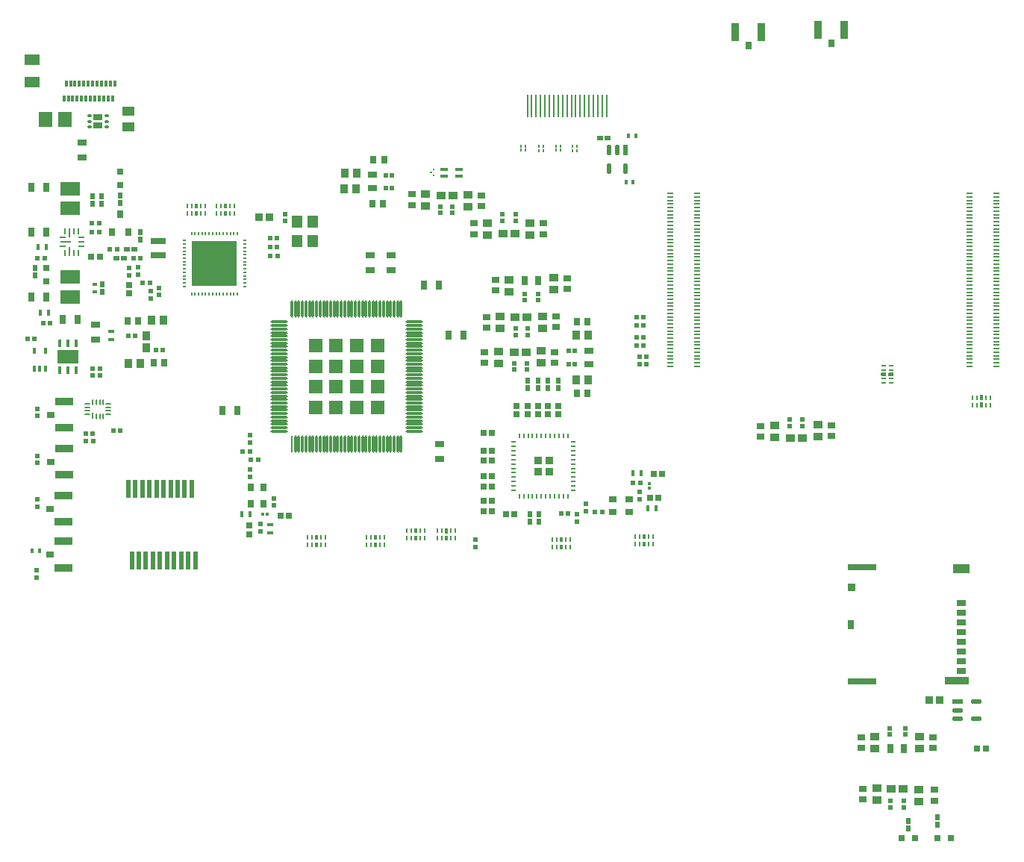
<source format=gtp>
G04*
G04 #@! TF.GenerationSoftware,Altium Limited,Altium Designer,25.1.2 (22)*
G04*
G04 Layer_Color=8421504*
%FSLAX44Y44*%
%MOMM*%
G71*
G04*
G04 #@! TF.SameCoordinates,A11DD0CD-F6FC-4396-A5D6-A0F97A1EA5FB*
G04*
G04*
G04 #@! TF.FilePolarity,Positive*
G04*
G01*
G75*
G04:AMPARAMS|DCode=15|XSize=0.565mm|YSize=0.36mm|CornerRadius=0.0504mm|HoleSize=0mm|Usage=FLASHONLY|Rotation=90.000|XOffset=0mm|YOffset=0mm|HoleType=Round|Shape=RoundedRectangle|*
%AMROUNDEDRECTD15*
21,1,0.5650,0.2592,0,0,90.0*
21,1,0.4642,0.3600,0,0,90.0*
1,1,0.1008,0.1296,0.2321*
1,1,0.1008,0.1296,-0.2321*
1,1,0.1008,-0.1296,-0.2321*
1,1,0.1008,-0.1296,0.2321*
%
%ADD15ROUNDEDRECTD15*%
%ADD16R,0.8500X0.8000*%
%ADD17R,2.0000X0.9000*%
%ADD18R,0.7000X0.1600*%
%ADD19R,0.7000X0.1600*%
%ADD20R,0.8000X0.8500*%
%ADD21R,0.9000X2.0000*%
%ADD22R,1.6049X1.6049*%
%ADD23R,1.6049X1.6049*%
%ADD24R,1.6049X1.6049*%
%ADD25R,1.6049X1.6049*%
%ADD26R,0.9300X0.9300*%
G04:AMPARAMS|DCode=27|XSize=0.565mm|YSize=0.2mm|CornerRadius=0.05mm|HoleSize=0mm|Usage=FLASHONLY|Rotation=270.000|XOffset=0mm|YOffset=0mm|HoleType=Round|Shape=RoundedRectangle|*
%AMROUNDEDRECTD27*
21,1,0.5650,0.1000,0,0,270.0*
21,1,0.4650,0.2000,0,0,270.0*
1,1,0.1000,-0.0500,-0.2325*
1,1,0.1000,-0.0500,0.2325*
1,1,0.1000,0.0500,0.2325*
1,1,0.1000,0.0500,-0.2325*
%
%ADD27ROUNDEDRECTD27*%
%ADD28R,0.5500X0.5000*%
%ADD29R,0.8000X0.8000*%
%ADD30R,0.6000X0.6500*%
%ADD31R,0.5000X0.5500*%
%ADD32R,0.5500X0.6000*%
G04:AMPARAMS|DCode=33|XSize=0.6mm|YSize=0.2mm|CornerRadius=0.05mm|HoleSize=0mm|Usage=FLASHONLY|Rotation=0.000|XOffset=0mm|YOffset=0mm|HoleType=Round|Shape=RoundedRectangle|*
%AMROUNDEDRECTD33*
21,1,0.6000,0.1000,0,0,0.0*
21,1,0.5000,0.2000,0,0,0.0*
1,1,0.1000,0.2500,-0.0500*
1,1,0.1000,-0.2500,-0.0500*
1,1,0.1000,-0.2500,0.0500*
1,1,0.1000,0.2500,0.0500*
%
%ADD33ROUNDEDRECTD33*%
G04:AMPARAMS|DCode=34|XSize=0.6mm|YSize=0.2mm|CornerRadius=0.05mm|HoleSize=0mm|Usage=FLASHONLY|Rotation=90.000|XOffset=0mm|YOffset=0mm|HoleType=Round|Shape=RoundedRectangle|*
%AMROUNDEDRECTD34*
21,1,0.6000,0.1000,0,0,90.0*
21,1,0.5000,0.2000,0,0,90.0*
1,1,0.1000,0.0500,0.2500*
1,1,0.1000,0.0500,-0.2500*
1,1,0.1000,-0.0500,-0.2500*
1,1,0.1000,-0.0500,0.2500*
%
%ADD34ROUNDEDRECTD34*%
G04:AMPARAMS|DCode=35|XSize=0.7mm|YSize=0.2mm|CornerRadius=0.05mm|HoleSize=0mm|Usage=FLASHONLY|Rotation=90.000|XOffset=0mm|YOffset=0mm|HoleType=Round|Shape=RoundedRectangle|*
%AMROUNDEDRECTD35*
21,1,0.7000,0.1000,0,0,90.0*
21,1,0.6000,0.2000,0,0,90.0*
1,1,0.1000,0.0500,0.3000*
1,1,0.1000,0.0500,-0.3000*
1,1,0.1000,-0.0500,-0.3000*
1,1,0.1000,-0.0500,0.3000*
%
%ADD35ROUNDEDRECTD35*%
G04:AMPARAMS|DCode=36|XSize=1.9552mm|YSize=0.2725mm|CornerRadius=0.1362mm|HoleSize=0mm|Usage=FLASHONLY|Rotation=90.000|XOffset=0mm|YOffset=0mm|HoleType=Round|Shape=RoundedRectangle|*
%AMROUNDEDRECTD36*
21,1,1.9552,0.0000,0,0,90.0*
21,1,1.6828,0.2725,0,0,90.0*
1,1,0.2725,0.0000,0.8414*
1,1,0.2725,0.0000,-0.8414*
1,1,0.2725,0.0000,-0.8414*
1,1,0.2725,0.0000,0.8414*
%
%ADD36ROUNDEDRECTD36*%
G04:AMPARAMS|DCode=37|XSize=0.2mm|YSize=0.565mm|CornerRadius=0.05mm|HoleSize=0mm|Usage=FLASHONLY|Rotation=180.000|XOffset=0mm|YOffset=0mm|HoleType=Round|Shape=RoundedRectangle|*
%AMROUNDEDRECTD37*
21,1,0.2000,0.4650,0,0,180.0*
21,1,0.1000,0.5650,0,0,180.0*
1,1,0.1000,-0.0500,0.2325*
1,1,0.1000,0.0500,0.2325*
1,1,0.1000,0.0500,-0.2325*
1,1,0.1000,-0.0500,-0.2325*
%
%ADD37ROUNDEDRECTD37*%
%ADD38R,1.8000X0.8000*%
%ADD39R,0.5811X0.5121*%
G04:AMPARAMS|DCode=40|XSize=0.565mm|YSize=0.2mm|CornerRadius=0.05mm|HoleSize=0mm|Usage=FLASHONLY|Rotation=0.000|XOffset=0mm|YOffset=0mm|HoleType=Round|Shape=RoundedRectangle|*
%AMROUNDEDRECTD40*
21,1,0.5650,0.1000,0,0,0.0*
21,1,0.4650,0.2000,0,0,0.0*
1,1,0.1000,0.2325,-0.0500*
1,1,0.1000,-0.2325,-0.0500*
1,1,0.1000,-0.2325,0.0500*
1,1,0.1000,0.2325,0.0500*
%
%ADD40ROUNDEDRECTD40*%
%ADD41R,0.5000X2.0000*%
%ADD42O,0.2000X0.5000*%
%ADD43R,5.2000X5.2000*%
%ADD44O,0.5000X0.2000*%
%ADD45R,0.9051X0.9062*%
%ADD46R,0.5682X0.5725*%
%ADD47R,1.2000X1.4000*%
%ADD48R,0.5200X0.5200*%
%ADD49R,0.5200X0.5200*%
%ADD50R,0.4000X0.5000*%
%ADD51R,0.6500X0.6500*%
%ADD52R,1.1061X0.9582*%
%ADD53R,1.0000X0.8000*%
%ADD54R,0.9000X0.7500*%
%ADD55R,2.3062X1.5549*%
G04:AMPARAMS|DCode=56|XSize=0.2725mm|YSize=1.9552mm|CornerRadius=0.1362mm|HoleSize=0mm|Usage=FLASHONLY|Rotation=90.000|XOffset=0mm|YOffset=0mm|HoleType=Round|Shape=RoundedRectangle|*
%AMROUNDEDRECTD56*
21,1,0.2725,1.6828,0,0,90.0*
21,1,0.0000,1.9552,0,0,90.0*
1,1,0.2725,0.8414,0.0000*
1,1,0.2725,0.8414,0.0000*
1,1,0.2725,-0.8414,0.0000*
1,1,0.2725,-0.8414,0.0000*
%
%ADD56ROUNDEDRECTD56*%
%ADD57R,0.2725X1.9552*%
%ADD58R,0.5000X0.2500*%
%ADD59R,0.2500X0.5000*%
%ADD60R,0.7500X0.9000*%
%ADD61R,0.2800X2.6000*%
%ADD62R,0.9000X0.4000*%
%ADD63R,0.9000X1.0000*%
%ADD64R,1.0000X0.9000*%
%ADD65R,0.5121X0.5811*%
%ADD66R,0.8000X1.0000*%
%ADD67R,1.0500X0.6500*%
%ADD68R,0.6500X1.0500*%
%ADD69R,0.6000X0.5500*%
G04:AMPARAMS|DCode=70|XSize=0.45mm|YSize=0.3mm|CornerRadius=0.0495mm|HoleSize=0mm|Usage=FLASHONLY|Rotation=180.000|XOffset=0mm|YOffset=0mm|HoleType=Round|Shape=RoundedRectangle|*
%AMROUNDEDRECTD70*
21,1,0.4500,0.2010,0,0,180.0*
21,1,0.3510,0.3000,0,0,180.0*
1,1,0.0990,-0.1755,0.1005*
1,1,0.0990,0.1755,0.1005*
1,1,0.0990,0.1755,-0.1005*
1,1,0.0990,-0.1755,-0.1005*
%
%ADD70ROUNDEDRECTD70*%
%ADD71R,0.9582X1.1061*%
G04:AMPARAMS|DCode=72|XSize=0.25mm|YSize=0.675mm|CornerRadius=0.05mm|HoleSize=0mm|Usage=FLASHONLY|Rotation=180.000|XOffset=0mm|YOffset=0mm|HoleType=Round|Shape=RoundedRectangle|*
%AMROUNDEDRECTD72*
21,1,0.2500,0.5750,0,0,180.0*
21,1,0.1500,0.6750,0,0,180.0*
1,1,0.1000,-0.0750,0.2875*
1,1,0.1000,0.0750,0.2875*
1,1,0.1000,0.0750,-0.2875*
1,1,0.1000,-0.0750,-0.2875*
%
%ADD72ROUNDEDRECTD72*%
G04:AMPARAMS|DCode=73|XSize=1.225mm|YSize=0.25mm|CornerRadius=0.05mm|HoleSize=0mm|Usage=FLASHONLY|Rotation=180.000|XOffset=0mm|YOffset=0mm|HoleType=Round|Shape=RoundedRectangle|*
%AMROUNDEDRECTD73*
21,1,1.2250,0.1500,0,0,180.0*
21,1,1.1250,0.2500,0,0,180.0*
1,1,0.1000,-0.5625,0.0750*
1,1,0.1000,0.5625,0.0750*
1,1,0.1000,0.5625,-0.0750*
1,1,0.1000,-0.5625,-0.0750*
%
%ADD73ROUNDEDRECTD73*%
G04:AMPARAMS|DCode=74|XSize=0.25mm|YSize=0.975mm|CornerRadius=0.05mm|HoleSize=0mm|Usage=FLASHONLY|Rotation=180.000|XOffset=0mm|YOffset=0mm|HoleType=Round|Shape=RoundedRectangle|*
%AMROUNDEDRECTD74*
21,1,0.2500,0.8750,0,0,180.0*
21,1,0.1500,0.9750,0,0,180.0*
1,1,0.1000,-0.0750,0.4375*
1,1,0.1000,0.0750,0.4375*
1,1,0.1000,0.0750,-0.4375*
1,1,0.1000,-0.0750,-0.4375*
%
%ADD74ROUNDEDRECTD74*%
G04:AMPARAMS|DCode=75|XSize=0.625mm|YSize=0.25mm|CornerRadius=0.05mm|HoleSize=0mm|Usage=FLASHONLY|Rotation=180.000|XOffset=0mm|YOffset=0mm|HoleType=Round|Shape=RoundedRectangle|*
%AMROUNDEDRECTD75*
21,1,0.6250,0.1500,0,0,180.0*
21,1,0.5250,0.2500,0,0,180.0*
1,1,0.1000,-0.2625,0.0750*
1,1,0.1000,0.2625,0.0750*
1,1,0.1000,0.2625,-0.0750*
1,1,0.1000,-0.2625,-0.0750*
%
%ADD75ROUNDEDRECTD75*%
%ADD76R,0.4500X0.6750*%
%ADD77R,1.6039X1.8062*%
%ADD78R,0.5500X0.4500*%
%ADD79R,0.8000X0.8000*%
%ADD80R,2.4000X1.6500*%
%ADD81O,0.4000X0.9000*%
%ADD82R,0.6750X0.4500*%
%ADD83R,0.8000X0.9000*%
%ADD84R,1.7062X1.2034*%
%ADD85R,1.3500X1.0000*%
G04:AMPARAMS|DCode=86|XSize=0.4mm|YSize=0.65mm|CornerRadius=0.05mm|HoleSize=0mm|Usage=FLASHONLY|Rotation=180.000|XOffset=0mm|YOffset=0mm|HoleType=Round|Shape=RoundedRectangle|*
%AMROUNDEDRECTD86*
21,1,0.4000,0.5500,0,0,180.0*
21,1,0.3000,0.6500,0,0,180.0*
1,1,0.1000,-0.1500,0.2750*
1,1,0.1000,0.1500,0.2750*
1,1,0.1000,0.1500,-0.2750*
1,1,0.1000,-0.1500,-0.2750*
%
%ADD86ROUNDEDRECTD86*%
%ADD87R,0.6500X0.6000*%
%ADD88R,0.6500X0.7000*%
%ADD89R,0.7000X0.6500*%
%ADD90R,0.2300X0.3000*%
G04:AMPARAMS|DCode=91|XSize=1.2196mm|YSize=0.5885mm|CornerRadius=0.2942mm|HoleSize=0mm|Usage=FLASHONLY|Rotation=270.000|XOffset=0mm|YOffset=0mm|HoleType=Round|Shape=RoundedRectangle|*
%AMROUNDEDRECTD91*
21,1,1.2196,0.0000,0,0,270.0*
21,1,0.6311,0.5885,0,0,270.0*
1,1,0.5885,0.0000,-0.3156*
1,1,0.5885,0.0000,0.3156*
1,1,0.5885,0.0000,0.3156*
1,1,0.5885,0.0000,-0.3156*
%
%ADD91ROUNDEDRECTD91*%
%ADD92R,0.5885X1.2196*%
%ADD93R,0.3000X0.3000*%
%ADD94R,0.6725X0.7154*%
%ADD95R,0.9000X0.8000*%
%ADD96R,0.3000X0.3000*%
%ADD97R,0.7154X0.6725*%
%ADD98R,0.9300X0.9000*%
%ADD99R,0.7800X1.0500*%
%ADD100R,1.8300X1.1400*%
%ADD101R,3.3000X0.7000*%
%ADD102R,2.8000X0.8600*%
%ADD103R,1.1000X0.7000*%
G04:AMPARAMS|DCode=104|XSize=1.2196mm|YSize=0.5885mm|CornerRadius=0.2942mm|HoleSize=0mm|Usage=FLASHONLY|Rotation=0.000|XOffset=0mm|YOffset=0mm|HoleType=Round|Shape=RoundedRectangle|*
%AMROUNDEDRECTD104*
21,1,1.2196,0.0000,0,0,0.0*
21,1,0.6311,0.5885,0,0,0.0*
1,1,0.5885,0.3156,0.0000*
1,1,0.5885,-0.3156,0.0000*
1,1,0.5885,-0.3156,0.0000*
1,1,0.5885,0.3156,0.0000*
%
%ADD104ROUNDEDRECTD104*%
%ADD105R,1.2196X0.5885*%
%ADD106R,0.3000X0.7000*%
G36*
X97493Y844854D02*
X97634Y844713D01*
X97710Y844529D01*
Y844430D01*
Y838430D01*
Y838331D01*
X97634Y838147D01*
X97493Y838006D01*
X97309Y837930D01*
X88111D01*
X87927Y838006D01*
X87786Y838147D01*
X87710Y838331D01*
Y838430D01*
Y844430D01*
Y844529D01*
X87786Y844713D01*
X87927Y844854D01*
X88111Y844930D01*
X97309D01*
X97493Y844854D01*
D02*
G37*
G36*
Y835854D02*
X97634Y835713D01*
X97710Y835529D01*
Y835430D01*
Y829430D01*
Y829331D01*
X97634Y829147D01*
X97493Y829006D01*
X97309Y828930D01*
X88111D01*
X87927Y829006D01*
X87786Y829147D01*
X87710Y829331D01*
Y829430D01*
Y835430D01*
Y835529D01*
X87786Y835713D01*
X87927Y835854D01*
X88111Y835930D01*
X97309D01*
X97493Y835854D01*
D02*
G37*
G36*
X474528Y783378D02*
X474669Y783238D01*
X474745Y783054D01*
Y782954D01*
Y781854D01*
Y781755D01*
X474669Y781571D01*
X474528Y781431D01*
X474345Y781355D01*
X473046D01*
X472862Y781431D01*
X472721Y781571D01*
X472645Y781755D01*
Y781854D01*
Y782954D01*
Y783054D01*
X472721Y783238D01*
X472862Y783378D01*
X473046Y783455D01*
X474345D01*
X474528Y783378D01*
D02*
G37*
G36*
X471528Y779978D02*
X471669Y779838D01*
X471745Y779654D01*
Y779555D01*
Y778455D01*
Y778355D01*
X471669Y778171D01*
X471528Y778031D01*
X471345Y777954D01*
X470046D01*
X469862Y778031D01*
X469721Y778171D01*
X469645Y778355D01*
Y778455D01*
Y779555D01*
Y779654D01*
X469721Y779838D01*
X469862Y779978D01*
X470046Y780054D01*
X471345D01*
X471528Y779978D01*
D02*
G37*
G36*
X474528Y776578D02*
X474669Y776438D01*
X474745Y776254D01*
Y776154D01*
Y775054D01*
Y774955D01*
X474669Y774771D01*
X474528Y774631D01*
X474345Y774555D01*
X473046D01*
X472862Y774631D01*
X472721Y774771D01*
X472645Y774955D01*
Y775054D01*
Y776154D01*
Y776254D01*
X472721Y776438D01*
X472862Y776578D01*
X473046Y776655D01*
X474345D01*
X474528Y776578D01*
D02*
G37*
G36*
X994843Y551634D02*
X994984Y551493D01*
X995060Y551309D01*
Y551210D01*
Y548610D01*
Y548511D01*
X994984Y548327D01*
X994843Y548186D01*
X994660Y548110D01*
X989810D01*
X989627Y548186D01*
X989486Y548327D01*
X989410Y548511D01*
Y548610D01*
Y551210D01*
Y551309D01*
X989486Y551493D01*
X989627Y551634D01*
X989810Y551710D01*
X994660D01*
X994843Y551634D01*
D02*
G37*
G36*
X986493D02*
X986634Y551493D01*
X986710Y551309D01*
Y551210D01*
Y548610D01*
Y548511D01*
X986634Y548327D01*
X986493Y548186D01*
X986309Y548110D01*
X981460D01*
X981277Y548186D01*
X981136Y548327D01*
X981060Y548511D01*
Y548610D01*
Y551210D01*
Y551309D01*
X981136Y551493D01*
X981277Y551634D01*
X981460Y551710D01*
X986309D01*
X986493Y551634D01*
D02*
G37*
G36*
X1096323Y526354D02*
X1096464Y526213D01*
X1096540Y526030D01*
Y525930D01*
Y521280D01*
Y521180D01*
X1096464Y520997D01*
X1096323Y520856D01*
X1096139Y520780D01*
X1093341D01*
X1093157Y520856D01*
X1093016Y520997D01*
X1092940Y521180D01*
Y521280D01*
Y525930D01*
Y526030D01*
X1093016Y526213D01*
X1093157Y526354D01*
X1093341Y526430D01*
X1096139D01*
X1096323Y526354D01*
D02*
G37*
G36*
Y518004D02*
X1096464Y517863D01*
X1096540Y517679D01*
Y517580D01*
Y512930D01*
Y512831D01*
X1096464Y512647D01*
X1096323Y512506D01*
X1096139Y512430D01*
X1093341D01*
X1093157Y512506D01*
X1093016Y512647D01*
X1092940Y512831D01*
Y512930D01*
Y517580D01*
Y517679D01*
X1093016Y517863D01*
X1093157Y518004D01*
X1093341Y518080D01*
X1096139D01*
X1096323Y518004D01*
D02*
G37*
G36*
X454973Y375224D02*
X455114Y375083D01*
X455190Y374899D01*
Y374800D01*
Y370150D01*
Y370051D01*
X455114Y369867D01*
X454973Y369726D01*
X454789Y369650D01*
X451991D01*
X451807Y369726D01*
X451666Y369867D01*
X451590Y370051D01*
Y370150D01*
Y374800D01*
Y374899D01*
X451666Y375083D01*
X451807Y375224D01*
X451991Y375300D01*
X454789D01*
X454973Y375224D01*
D02*
G37*
G36*
X489732Y375113D02*
X489872Y374972D01*
X489949Y374788D01*
Y374689D01*
Y370039D01*
Y369939D01*
X489872Y369756D01*
X489732Y369615D01*
X489548Y369539D01*
X486749D01*
X486565Y369615D01*
X486425Y369756D01*
X486348Y369939D01*
Y370039D01*
Y374689D01*
Y374788D01*
X486425Y374972D01*
X486565Y375113D01*
X486749Y375189D01*
X489548D01*
X489732Y375113D01*
D02*
G37*
G36*
X713973Y368509D02*
X714114Y368368D01*
X714190Y368185D01*
Y368085D01*
Y363435D01*
Y363335D01*
X714114Y363152D01*
X713973Y363011D01*
X713789Y362935D01*
X710991D01*
X710807Y363011D01*
X710666Y363152D01*
X710590Y363335D01*
Y363435D01*
Y368085D01*
Y368185D01*
X710666Y368368D01*
X710807Y368509D01*
X710991Y368585D01*
X713789D01*
X713973Y368509D01*
D02*
G37*
G36*
X409253Y367604D02*
X409394Y367463D01*
X409470Y367280D01*
Y367180D01*
Y362530D01*
Y362430D01*
X409394Y362247D01*
X409253Y362106D01*
X409069Y362030D01*
X406270D01*
X406087Y362106D01*
X405946Y362247D01*
X405870Y362430D01*
Y362530D01*
Y367180D01*
Y367280D01*
X405946Y367463D01*
X406087Y367604D01*
X406270Y367680D01*
X409069D01*
X409253Y367604D01*
D02*
G37*
G36*
X341943D02*
X342084Y367463D01*
X342160Y367280D01*
Y367180D01*
Y362530D01*
Y362430D01*
X342084Y362247D01*
X341943Y362106D01*
X341759Y362030D01*
X338960D01*
X338777Y362106D01*
X338636Y362247D01*
X338560Y362430D01*
Y362530D01*
Y367180D01*
Y367280D01*
X338636Y367463D01*
X338777Y367604D01*
X338960Y367680D01*
X341759D01*
X341943Y367604D01*
D02*
G37*
G36*
X454973Y366874D02*
X455114Y366733D01*
X455190Y366549D01*
Y366450D01*
Y361800D01*
Y361701D01*
X455114Y361517D01*
X454973Y361376D01*
X454789Y361300D01*
X451991D01*
X451807Y361376D01*
X451666Y361517D01*
X451590Y361701D01*
Y361800D01*
Y366450D01*
Y366549D01*
X451666Y366733D01*
X451807Y366874D01*
X451991Y366950D01*
X454789D01*
X454973Y366874D01*
D02*
G37*
G36*
X489732Y366763D02*
X489872Y366622D01*
X489949Y366438D01*
Y366339D01*
Y361689D01*
Y361589D01*
X489872Y361406D01*
X489732Y361265D01*
X489548Y361189D01*
X486749D01*
X486565Y361265D01*
X486425Y361406D01*
X486348Y361589D01*
Y361689D01*
Y366339D01*
Y366438D01*
X486425Y366622D01*
X486565Y366763D01*
X486749Y366839D01*
X489548D01*
X489732Y366763D01*
D02*
G37*
G36*
X620073Y365064D02*
X620214Y364923D01*
X620290Y364739D01*
Y364640D01*
Y359990D01*
Y359891D01*
X620214Y359707D01*
X620073Y359566D01*
X619889Y359490D01*
X617090D01*
X616907Y359566D01*
X616766Y359707D01*
X616690Y359891D01*
Y359990D01*
Y364640D01*
Y364739D01*
X616766Y364923D01*
X616907Y365064D01*
X617090Y365140D01*
X619889D01*
X620073Y365064D01*
D02*
G37*
G36*
X713973Y360159D02*
X714114Y360018D01*
X714190Y359834D01*
Y359735D01*
Y355085D01*
Y354986D01*
X714114Y354802D01*
X713973Y354661D01*
X713789Y354585D01*
X710991D01*
X710807Y354661D01*
X710666Y354802D01*
X710590Y354986D01*
Y355085D01*
Y359735D01*
Y359834D01*
X710666Y360018D01*
X710807Y360159D01*
X710991Y360235D01*
X713789D01*
X713973Y360159D01*
D02*
G37*
G36*
X409253Y359254D02*
X409394Y359113D01*
X409470Y358929D01*
Y358830D01*
Y354180D01*
Y354081D01*
X409394Y353897D01*
X409253Y353756D01*
X409069Y353680D01*
X406270D01*
X406087Y353756D01*
X405946Y353897D01*
X405870Y354081D01*
Y354180D01*
Y358830D01*
Y358929D01*
X405946Y359113D01*
X406087Y359254D01*
X406270Y359330D01*
X409069D01*
X409253Y359254D01*
D02*
G37*
G36*
X341943D02*
X342084Y359113D01*
X342160Y358929D01*
Y358830D01*
Y354180D01*
Y354081D01*
X342084Y353897D01*
X341943Y353756D01*
X341759Y353680D01*
X338960D01*
X338777Y353756D01*
X338636Y353897D01*
X338560Y354081D01*
Y354180D01*
Y358830D01*
Y358929D01*
X338636Y359113D01*
X338777Y359254D01*
X338960Y359330D01*
X341759D01*
X341943Y359254D01*
D02*
G37*
G36*
X620073Y356714D02*
X620214Y356573D01*
X620290Y356389D01*
Y356290D01*
Y351640D01*
Y351540D01*
X620214Y351357D01*
X620073Y351216D01*
X619889Y351140D01*
X617090D01*
X616907Y351216D01*
X616766Y351357D01*
X616690Y351540D01*
Y351640D01*
Y356290D01*
Y356389D01*
X616766Y356573D01*
X616907Y356714D01*
X617090Y356790D01*
X619889D01*
X620073Y356714D01*
D02*
G37*
D15*
X204470Y740775D02*
D03*
Y732425D02*
D03*
X237490Y740775D02*
D03*
Y732425D02*
D03*
D16*
X39360Y504190D02*
D03*
Y450850D02*
D03*
X38075Y397510D02*
D03*
X38090Y345440D02*
D03*
D17*
X54610Y519190D02*
D03*
Y489190D02*
D03*
Y465850D02*
D03*
Y435850D02*
D03*
X53340Y382510D02*
D03*
X53340Y412510D02*
D03*
X53340Y360440D02*
D03*
Y330440D02*
D03*
D18*
X1111992Y559034D02*
D03*
X1111986Y563040D02*
D03*
Y567040D02*
D03*
Y571040D02*
D03*
X1111992Y579034D02*
D03*
Y583034D02*
D03*
X1111986Y591040D02*
D03*
Y595040D02*
D03*
Y599040D02*
D03*
X1111992Y603034D02*
D03*
Y607034D02*
D03*
Y611034D02*
D03*
X1111986Y615040D02*
D03*
Y619040D02*
D03*
Y623040D02*
D03*
X1111992Y627034D02*
D03*
Y631034D02*
D03*
Y635034D02*
D03*
X1111986Y639040D02*
D03*
Y643040D02*
D03*
Y647040D02*
D03*
X1111992Y655034D02*
D03*
Y659034D02*
D03*
X1111986Y667040D02*
D03*
Y671040D02*
D03*
Y675040D02*
D03*
X1111992Y679034D02*
D03*
Y683034D02*
D03*
Y687034D02*
D03*
X1111986Y691040D02*
D03*
Y695040D02*
D03*
Y699040D02*
D03*
X1111992Y703034D02*
D03*
Y707034D02*
D03*
Y711034D02*
D03*
X1111986Y715040D02*
D03*
Y719040D02*
D03*
Y723040D02*
D03*
X1111992Y731034D02*
D03*
Y735034D02*
D03*
X1111986Y743040D02*
D03*
Y747040D02*
D03*
Y751040D02*
D03*
X1111992Y755034D02*
D03*
X1081192Y559034D02*
D03*
X1081186Y563040D02*
D03*
Y567040D02*
D03*
Y571040D02*
D03*
X1081192Y579034D02*
D03*
Y583034D02*
D03*
X1081186Y591040D02*
D03*
Y595040D02*
D03*
Y599040D02*
D03*
X1081192Y603034D02*
D03*
Y607034D02*
D03*
Y611034D02*
D03*
X1081186Y615040D02*
D03*
Y619040D02*
D03*
Y623040D02*
D03*
X1081192Y627034D02*
D03*
Y631034D02*
D03*
Y635034D02*
D03*
X1081186Y639040D02*
D03*
Y643040D02*
D03*
Y647040D02*
D03*
X1081192Y655034D02*
D03*
Y659034D02*
D03*
X1081186Y667040D02*
D03*
Y671040D02*
D03*
Y675040D02*
D03*
X1081192Y679034D02*
D03*
Y683034D02*
D03*
Y687034D02*
D03*
X1081186Y691040D02*
D03*
Y695040D02*
D03*
Y699040D02*
D03*
X1081192Y703034D02*
D03*
Y707034D02*
D03*
Y711034D02*
D03*
X1081186Y715040D02*
D03*
Y719040D02*
D03*
Y723040D02*
D03*
X1081192Y731034D02*
D03*
Y735034D02*
D03*
X1081186Y743040D02*
D03*
Y747040D02*
D03*
Y751040D02*
D03*
X1081192Y755034D02*
D03*
X772789Y559034D02*
D03*
X772786Y563037D02*
D03*
Y567037D02*
D03*
Y571037D02*
D03*
X772789Y579034D02*
D03*
Y583034D02*
D03*
X772786Y591037D02*
D03*
Y595037D02*
D03*
Y599037D02*
D03*
X772789Y603034D02*
D03*
Y607034D02*
D03*
Y611034D02*
D03*
X772786Y615037D02*
D03*
Y619037D02*
D03*
Y623037D02*
D03*
X772789Y627034D02*
D03*
Y631034D02*
D03*
Y635034D02*
D03*
X772786Y639037D02*
D03*
Y643037D02*
D03*
Y647037D02*
D03*
X772789Y655034D02*
D03*
Y659034D02*
D03*
X772786Y667037D02*
D03*
Y671037D02*
D03*
Y675037D02*
D03*
X772789Y679034D02*
D03*
Y683034D02*
D03*
Y687034D02*
D03*
X772786Y691037D02*
D03*
Y695037D02*
D03*
Y699037D02*
D03*
X772789Y703034D02*
D03*
Y707034D02*
D03*
Y711034D02*
D03*
X772786Y715037D02*
D03*
Y719037D02*
D03*
Y723037D02*
D03*
X772789Y731034D02*
D03*
Y735034D02*
D03*
X772786Y743037D02*
D03*
Y747037D02*
D03*
Y751037D02*
D03*
X772789Y755034D02*
D03*
X741989Y559034D02*
D03*
X741986Y563037D02*
D03*
Y567037D02*
D03*
Y571037D02*
D03*
X741989Y579034D02*
D03*
Y583034D02*
D03*
X741986Y591037D02*
D03*
Y595037D02*
D03*
Y599037D02*
D03*
X741989Y603034D02*
D03*
Y607034D02*
D03*
Y611034D02*
D03*
X741986Y615037D02*
D03*
Y619037D02*
D03*
Y623037D02*
D03*
X741989Y627034D02*
D03*
Y631034D02*
D03*
Y635034D02*
D03*
X741986Y639037D02*
D03*
Y643037D02*
D03*
Y647037D02*
D03*
X741989Y655034D02*
D03*
Y659034D02*
D03*
X741986Y667037D02*
D03*
Y671037D02*
D03*
Y675037D02*
D03*
X741989Y679034D02*
D03*
Y683034D02*
D03*
Y687034D02*
D03*
X741986Y691037D02*
D03*
Y695037D02*
D03*
Y699037D02*
D03*
X741989Y703034D02*
D03*
Y707034D02*
D03*
Y711034D02*
D03*
X741986Y715037D02*
D03*
Y719037D02*
D03*
Y723037D02*
D03*
X741989Y731034D02*
D03*
Y735034D02*
D03*
X741986Y743037D02*
D03*
Y747037D02*
D03*
Y751037D02*
D03*
X741989Y755034D02*
D03*
D19*
X1111986Y575034D02*
D03*
X1111986Y587034D02*
D03*
X1111986Y651034D02*
D03*
X1111986Y663034D02*
D03*
X1111986Y727034D02*
D03*
X1111986Y739034D02*
D03*
X1081186Y575034D02*
D03*
X1081186Y587034D02*
D03*
X1081186Y651034D02*
D03*
X1081186Y663034D02*
D03*
X1081186Y727034D02*
D03*
X1081186Y739034D02*
D03*
X772786Y575034D02*
D03*
X772786Y587034D02*
D03*
X772786Y651034D02*
D03*
X772786Y663034D02*
D03*
X772786Y727034D02*
D03*
X772786Y739034D02*
D03*
X741986Y575034D02*
D03*
X741986Y587034D02*
D03*
X741986Y651034D02*
D03*
X741986Y663034D02*
D03*
X741986Y727034D02*
D03*
X741986Y739034D02*
D03*
D20*
X830580Y923280D02*
D03*
X924560Y925830D02*
D03*
D21*
X815580Y938530D02*
D03*
X845580D02*
D03*
X909560Y941080D02*
D03*
X939560D02*
D03*
D22*
X409914Y582623D02*
D03*
X409915Y559125D02*
D03*
X409914Y535615D02*
D03*
X409914Y512094D02*
D03*
X386405Y582635D02*
D03*
Y512105D02*
D03*
X362895Y582634D02*
D03*
X362895Y535615D02*
D03*
X362895Y512105D02*
D03*
X339385Y582623D02*
D03*
X339385Y559125D02*
D03*
X339385Y535615D02*
D03*
X339385Y512094D02*
D03*
D23*
X386405Y559125D02*
D03*
D24*
Y535615D02*
D03*
D25*
X362895Y559125D02*
D03*
D26*
X604420Y439520D02*
D03*
X591920D02*
D03*
Y452020D02*
D03*
X604420D02*
D03*
D27*
X722390Y357410D02*
D03*
X717390D02*
D03*
X707390D02*
D03*
X702390D02*
D03*
Y365760D02*
D03*
X707390D02*
D03*
X717390D02*
D03*
X722390D02*
D03*
X483148Y372364D02*
D03*
Y364014D02*
D03*
X478148Y372364D02*
D03*
Y364014D02*
D03*
X1084740Y523605D02*
D03*
X1089740D02*
D03*
X1099740D02*
D03*
X1104740D02*
D03*
Y515255D02*
D03*
X1099740D02*
D03*
X1089740D02*
D03*
X1084740D02*
D03*
X330360Y356505D02*
D03*
X335360D02*
D03*
X345360D02*
D03*
X350360D02*
D03*
Y364855D02*
D03*
X345360D02*
D03*
X335360D02*
D03*
X330360D02*
D03*
X608490Y353965D02*
D03*
X613490D02*
D03*
X623490D02*
D03*
X628490D02*
D03*
Y362315D02*
D03*
X623490D02*
D03*
X613490D02*
D03*
X608490D02*
D03*
X443390Y364125D02*
D03*
X448390D02*
D03*
X458390D02*
D03*
X463390D02*
D03*
Y372475D02*
D03*
X458390D02*
D03*
X448390D02*
D03*
X443390D02*
D03*
X493148Y364014D02*
D03*
X498148D02*
D03*
Y372364D02*
D03*
X493148D02*
D03*
X397670Y356505D02*
D03*
X402670D02*
D03*
X412670D02*
D03*
X417670D02*
D03*
Y364855D02*
D03*
X412670D02*
D03*
X402670D02*
D03*
X397670D02*
D03*
D28*
X110550Y485999D02*
D03*
X118050D02*
D03*
X711140Y605790D02*
D03*
X703640D02*
D03*
X711140Y614680D02*
D03*
X703640D02*
D03*
X714955Y561648D02*
D03*
X707455D02*
D03*
X714950Y570230D02*
D03*
X707450D02*
D03*
X86457Y482770D02*
D03*
X78957D02*
D03*
X295850Y704850D02*
D03*
X288350D02*
D03*
X295850Y694690D02*
D03*
X288350D02*
D03*
D29*
X1045020Y23969D02*
D03*
X1060020D02*
D03*
X1004380D02*
D03*
X1019380D02*
D03*
D30*
X1012190Y43620D02*
D03*
Y35120D02*
D03*
X86360Y743780D02*
D03*
Y752280D02*
D03*
X96520D02*
D03*
Y743780D02*
D03*
X97790Y643450D02*
D03*
Y651950D02*
D03*
X118110Y744610D02*
D03*
Y753110D02*
D03*
X140970Y711640D02*
D03*
Y703140D02*
D03*
X21590Y662500D02*
D03*
Y671000D02*
D03*
X582930Y391600D02*
D03*
Y383100D02*
D03*
X593090Y391600D02*
D03*
Y383100D02*
D03*
X1045105Y47262D02*
D03*
Y38762D02*
D03*
X580390Y542730D02*
D03*
Y534230D02*
D03*
X591820Y542730D02*
D03*
Y534230D02*
D03*
X603250Y542730D02*
D03*
Y534230D02*
D03*
X614680Y542730D02*
D03*
Y534230D02*
D03*
D31*
X161844Y639882D02*
D03*
Y647382D02*
D03*
X24130Y449640D02*
D03*
Y457140D02*
D03*
X95250Y556200D02*
D03*
Y548700D02*
D03*
X86360Y556200D02*
D03*
Y548700D02*
D03*
X24130Y502980D02*
D03*
Y510480D02*
D03*
D32*
X22860Y319600D02*
D03*
Y328100D02*
D03*
X645969Y394246D02*
D03*
Y402746D02*
D03*
X636270Y383100D02*
D03*
Y391600D02*
D03*
X138229Y671833D02*
D03*
Y663333D02*
D03*
X128270Y662500D02*
D03*
Y671000D02*
D03*
X520740Y362684D02*
D03*
Y354184D02*
D03*
X152400Y635830D02*
D03*
Y644330D02*
D03*
X24130Y408110D02*
D03*
Y399610D02*
D03*
X265430Y433900D02*
D03*
Y442400D02*
D03*
D33*
X80710Y504540D02*
D03*
Y508540D02*
D03*
Y512540D02*
D03*
Y516540D02*
D03*
X104710D02*
D03*
Y512540D02*
D03*
Y508540D02*
D03*
Y504540D02*
D03*
D34*
X86710Y518540D02*
D03*
X90710D02*
D03*
X94710D02*
D03*
X98710D02*
D03*
Y502540D02*
D03*
X94710D02*
D03*
X90710D02*
D03*
D35*
X86710Y503040D02*
D03*
D36*
X380650Y470615D02*
D03*
X376650D02*
D03*
X312650Y624125D02*
D03*
X316650D02*
D03*
X320650D02*
D03*
X324650D02*
D03*
X328650D02*
D03*
X332650D02*
D03*
X336650D02*
D03*
X340650D02*
D03*
X344650D02*
D03*
X348650D02*
D03*
X352650D02*
D03*
X356650D02*
D03*
X360650D02*
D03*
X364650D02*
D03*
X368650D02*
D03*
X372650D02*
D03*
X376650D02*
D03*
X380650D02*
D03*
X384650D02*
D03*
X388650D02*
D03*
X392650D02*
D03*
X396650D02*
D03*
X400650D02*
D03*
X404650D02*
D03*
X408650D02*
D03*
X412650D02*
D03*
X416650D02*
D03*
X420650D02*
D03*
X424650D02*
D03*
X428650D02*
D03*
X432650D02*
D03*
X436650D02*
D03*
Y470615D02*
D03*
X432650D02*
D03*
X428650D02*
D03*
X424650D02*
D03*
X420650D02*
D03*
X416650D02*
D03*
X412650D02*
D03*
X408650D02*
D03*
X404650D02*
D03*
X400650D02*
D03*
X396650D02*
D03*
X392650D02*
D03*
X388650D02*
D03*
X384650D02*
D03*
X372650D02*
D03*
X368650D02*
D03*
X364650D02*
D03*
X360650D02*
D03*
X356650D02*
D03*
X352650D02*
D03*
X348650D02*
D03*
X344650D02*
D03*
X340650D02*
D03*
X336650D02*
D03*
X332650D02*
D03*
X328650D02*
D03*
X324650D02*
D03*
X320650D02*
D03*
X316650D02*
D03*
D37*
X194470Y740775D02*
D03*
X199470D02*
D03*
X209470D02*
D03*
X214470D02*
D03*
Y732425D02*
D03*
X209470D02*
D03*
X199470D02*
D03*
X194470D02*
D03*
X227490Y740775D02*
D03*
X232490D02*
D03*
X242490D02*
D03*
X247490D02*
D03*
Y732425D02*
D03*
X242490D02*
D03*
X232490D02*
D03*
X227490D02*
D03*
D38*
X161290Y701420D02*
D03*
Y685420D02*
D03*
D39*
X703735Y582930D02*
D03*
X711045D02*
D03*
X703735Y591820D02*
D03*
X711045D02*
D03*
X419175Y775316D02*
D03*
X426485D02*
D03*
X419175Y761347D02*
D03*
X426485D02*
D03*
X127615Y593889D02*
D03*
X134925D02*
D03*
X166190Y577883D02*
D03*
X158879D02*
D03*
X626595Y561340D02*
D03*
X633905D02*
D03*
X626595Y576580D02*
D03*
X633905D02*
D03*
D40*
X983885Y559910D02*
D03*
Y554910D02*
D03*
Y544910D02*
D03*
Y539910D02*
D03*
X992235D02*
D03*
Y544910D02*
D03*
Y554910D02*
D03*
Y559910D02*
D03*
D41*
X127062Y420342D02*
D03*
X135062D02*
D03*
X143062D02*
D03*
X151062D02*
D03*
X159062D02*
D03*
X167062D02*
D03*
X175062D02*
D03*
X183062D02*
D03*
X191062D02*
D03*
X199062D02*
D03*
X131062Y338342D02*
D03*
X139062D02*
D03*
X147062D02*
D03*
X155062D02*
D03*
X163062D02*
D03*
X171062D02*
D03*
X179062D02*
D03*
X187062D02*
D03*
X195062D02*
D03*
X203062D02*
D03*
D42*
X250790Y641390D02*
D03*
X246790D02*
D03*
X198790D02*
D03*
X202790D02*
D03*
X206790D02*
D03*
X210790D02*
D03*
X214790D02*
D03*
X218790D02*
D03*
X222790D02*
D03*
X226790D02*
D03*
X230790D02*
D03*
X234790D02*
D03*
X238790D02*
D03*
X242790D02*
D03*
X250790Y709890D02*
D03*
X246790D02*
D03*
X242790D02*
D03*
X238790D02*
D03*
X234790D02*
D03*
X230790D02*
D03*
X226790D02*
D03*
X222790D02*
D03*
X218790D02*
D03*
X214790D02*
D03*
X210790D02*
D03*
X206790D02*
D03*
X202790D02*
D03*
X198790D02*
D03*
D43*
X224790Y675640D02*
D03*
D44*
X259040Y649640D02*
D03*
Y653640D02*
D03*
Y657640D02*
D03*
Y661640D02*
D03*
Y665640D02*
D03*
Y669640D02*
D03*
Y673640D02*
D03*
Y677640D02*
D03*
Y681640D02*
D03*
Y685640D02*
D03*
Y689640D02*
D03*
Y693640D02*
D03*
Y697640D02*
D03*
Y701640D02*
D03*
X190540D02*
D03*
Y697640D02*
D03*
Y693640D02*
D03*
Y689640D02*
D03*
Y685640D02*
D03*
Y681640D02*
D03*
Y677640D02*
D03*
Y673640D02*
D03*
Y669640D02*
D03*
Y665640D02*
D03*
Y661640D02*
D03*
Y657640D02*
D03*
Y653640D02*
D03*
Y649640D02*
D03*
D45*
X287596Y728551D02*
D03*
X275584D02*
D03*
X1035394Y180340D02*
D03*
X1047406D02*
D03*
D46*
X78691Y474474D02*
D03*
X87734D02*
D03*
D47*
X335941Y722816D02*
D03*
Y700816D02*
D03*
X318941D02*
D03*
Y722816D02*
D03*
D48*
X296244Y683756D02*
D03*
X288244D02*
D03*
X618300Y392430D02*
D03*
X626300D02*
D03*
X30290Y608330D02*
D03*
X38290D02*
D03*
X12510Y590550D02*
D03*
X20510D02*
D03*
X141160Y681990D02*
D03*
X133160D02*
D03*
X699840Y426920D02*
D03*
X707840D02*
D03*
D49*
X304800Y723710D02*
D03*
Y731710D02*
D03*
X707341Y408403D02*
D03*
Y416403D02*
D03*
X265409Y480832D02*
D03*
Y472832D02*
D03*
X276860Y371920D02*
D03*
Y379920D02*
D03*
X292100Y409320D02*
D03*
Y401320D02*
D03*
D50*
X26206Y350047D02*
D03*
X18206D02*
D03*
X699960Y768350D02*
D03*
X691960D02*
D03*
X702690Y820420D02*
D03*
X694690D02*
D03*
D51*
X1089740Y125730D02*
D03*
X1099740D02*
D03*
X85170Y683260D02*
D03*
X95170D02*
D03*
D52*
X566030Y614835D02*
D03*
X579552D02*
D03*
X564739Y575310D02*
D03*
X578261D02*
D03*
X552039Y709930D02*
D03*
X565561D02*
D03*
X481778Y753110D02*
D03*
X495300D02*
D03*
X878429Y477365D02*
D03*
X891951D02*
D03*
X992729Y80010D02*
D03*
X1006251D02*
D03*
D53*
X403780Y776467D02*
D03*
Y761467D02*
D03*
X649300Y576460D02*
D03*
Y561460D02*
D03*
D54*
X527909Y752760D02*
D03*
Y740760D02*
D03*
X624960Y658780D02*
D03*
Y646780D02*
D03*
X543680Y657160D02*
D03*
Y645160D02*
D03*
X530860Y562960D02*
D03*
Y574960D02*
D03*
X610870Y562960D02*
D03*
Y574960D02*
D03*
X519430Y721010D02*
D03*
Y709010D02*
D03*
X598170Y721010D02*
D03*
Y709010D02*
D03*
X449169Y742030D02*
D03*
Y754030D02*
D03*
X844550Y490985D02*
D03*
Y478985D02*
D03*
X924560Y492255D02*
D03*
Y480255D02*
D03*
X958730Y138080D02*
D03*
Y126080D02*
D03*
X1040010Y138080D02*
D03*
Y126080D02*
D03*
X960120Y67660D02*
D03*
Y79660D02*
D03*
X1041400Y66390D02*
D03*
Y78390D02*
D03*
X612161Y603755D02*
D03*
Y615755D02*
D03*
X533421Y602485D02*
D03*
Y614485D02*
D03*
D55*
X60960Y738044D02*
D03*
Y760556D02*
D03*
Y637714D02*
D03*
Y660227D02*
D03*
D56*
X297895Y485370D02*
D03*
Y489370D02*
D03*
Y493370D02*
D03*
Y497370D02*
D03*
Y501370D02*
D03*
Y505370D02*
D03*
Y509370D02*
D03*
Y513370D02*
D03*
Y517370D02*
D03*
Y521370D02*
D03*
Y525370D02*
D03*
Y529370D02*
D03*
Y533370D02*
D03*
Y537370D02*
D03*
Y541370D02*
D03*
Y545370D02*
D03*
Y549370D02*
D03*
Y553370D02*
D03*
Y557370D02*
D03*
Y561370D02*
D03*
Y565370D02*
D03*
Y569370D02*
D03*
Y573370D02*
D03*
Y577370D02*
D03*
Y581370D02*
D03*
Y585370D02*
D03*
Y589370D02*
D03*
Y593370D02*
D03*
Y597370D02*
D03*
Y601370D02*
D03*
Y605370D02*
D03*
Y609370D02*
D03*
X451405D02*
D03*
Y605370D02*
D03*
Y601370D02*
D03*
Y597370D02*
D03*
Y593370D02*
D03*
Y589370D02*
D03*
Y585370D02*
D03*
Y581370D02*
D03*
Y577370D02*
D03*
Y573370D02*
D03*
Y569370D02*
D03*
Y565370D02*
D03*
Y561370D02*
D03*
Y557370D02*
D03*
Y553370D02*
D03*
Y549370D02*
D03*
Y545370D02*
D03*
Y541370D02*
D03*
Y537370D02*
D03*
Y533370D02*
D03*
Y529370D02*
D03*
Y525370D02*
D03*
Y521370D02*
D03*
Y517370D02*
D03*
Y513370D02*
D03*
Y509370D02*
D03*
Y505370D02*
D03*
Y501370D02*
D03*
Y497370D02*
D03*
Y493370D02*
D03*
Y489370D02*
D03*
Y485370D02*
D03*
D57*
X312650Y470615D02*
D03*
D58*
X632170Y418270D02*
D03*
Y423270D02*
D03*
Y428270D02*
D03*
Y433270D02*
D03*
Y438270D02*
D03*
Y443270D02*
D03*
Y448270D02*
D03*
Y453270D02*
D03*
Y458270D02*
D03*
Y463270D02*
D03*
Y468270D02*
D03*
Y473270D02*
D03*
X564170D02*
D03*
Y468270D02*
D03*
Y458270D02*
D03*
Y463270D02*
D03*
Y453270D02*
D03*
Y448270D02*
D03*
Y443270D02*
D03*
Y438270D02*
D03*
Y428270D02*
D03*
Y433270D02*
D03*
Y423270D02*
D03*
Y418270D02*
D03*
D59*
X625670Y479770D02*
D03*
X620670D02*
D03*
X615670D02*
D03*
X610670D02*
D03*
X605670D02*
D03*
X600670D02*
D03*
X595670D02*
D03*
X590670D02*
D03*
X585670D02*
D03*
X580670D02*
D03*
X575670D02*
D03*
X570670D02*
D03*
Y411770D02*
D03*
X575670D02*
D03*
X580670D02*
D03*
X585670D02*
D03*
X590670D02*
D03*
X595670D02*
D03*
X600670D02*
D03*
X605670D02*
D03*
X610670D02*
D03*
X615670D02*
D03*
X620670D02*
D03*
X625670D02*
D03*
D60*
X647680Y609600D02*
D03*
X635680D02*
D03*
X405320Y792977D02*
D03*
X417320D02*
D03*
X404050Y743447D02*
D03*
X416050D02*
D03*
X126540Y610399D02*
D03*
X138540D02*
D03*
X167750Y563409D02*
D03*
X155750D02*
D03*
X635680Y528320D02*
D03*
X647680D02*
D03*
D61*
X579760Y854710D02*
D03*
X584760D02*
D03*
X589760D02*
D03*
X594760D02*
D03*
X599760D02*
D03*
X604760D02*
D03*
X609760D02*
D03*
X614760D02*
D03*
X619760D02*
D03*
X624760D02*
D03*
X629760D02*
D03*
X634760D02*
D03*
X639760D02*
D03*
X644760D02*
D03*
X649760D02*
D03*
X654760D02*
D03*
X659760D02*
D03*
X664760D02*
D03*
X669760D02*
D03*
D62*
X485140Y774700D02*
D03*
X502140D02*
D03*
Y782700D02*
D03*
X485140D02*
D03*
D63*
X372820Y777737D02*
D03*
X386320D02*
D03*
X371550Y759957D02*
D03*
X385050D02*
D03*
X153114Y611494D02*
D03*
X166614D02*
D03*
X140560Y562139D02*
D03*
X127060D02*
D03*
X648430Y543560D02*
D03*
X634930D02*
D03*
X648430Y594360D02*
D03*
X634930D02*
D03*
D64*
X609720Y646030D02*
D03*
Y659530D02*
D03*
X558920Y643890D02*
D03*
Y657390D02*
D03*
X547370Y575710D02*
D03*
Y562210D02*
D03*
X595630Y576580D02*
D03*
Y563080D02*
D03*
X534670Y708260D02*
D03*
Y721760D02*
D03*
X582930Y708260D02*
D03*
Y721760D02*
D03*
X464409Y754780D02*
D03*
Y741280D02*
D03*
X512669Y753510D02*
D03*
Y740010D02*
D03*
X860438Y478785D02*
D03*
Y492285D02*
D03*
X909320Y479505D02*
D03*
Y493005D02*
D03*
X973970Y125330D02*
D03*
Y138830D02*
D03*
X1024770Y125330D02*
D03*
Y138830D02*
D03*
X976630Y80410D02*
D03*
Y66910D02*
D03*
X1023620Y79140D02*
D03*
Y65640D02*
D03*
X596921Y615235D02*
D03*
Y601735D02*
D03*
X548661Y615235D02*
D03*
Y601735D02*
D03*
D65*
X576700Y641195D02*
D03*
Y633885D02*
D03*
X591940Y641195D02*
D03*
Y633885D02*
D03*
X565150Y555145D02*
D03*
Y562455D02*
D03*
X579120Y555145D02*
D03*
Y562455D02*
D03*
X551180Y731365D02*
D03*
Y724055D02*
D03*
X566420Y731365D02*
D03*
Y724055D02*
D03*
X480919Y732945D02*
D03*
Y740255D02*
D03*
X494889Y732945D02*
D03*
Y740255D02*
D03*
X877570Y498801D02*
D03*
Y491490D02*
D03*
X891540Y498801D02*
D03*
Y491490D02*
D03*
X990480Y148435D02*
D03*
Y141125D02*
D03*
X1008260Y148435D02*
D03*
Y141125D02*
D03*
X991870Y58575D02*
D03*
Y65885D02*
D03*
X1007110Y58575D02*
D03*
Y65885D02*
D03*
X580411Y594669D02*
D03*
Y601980D02*
D03*
X566441Y594669D02*
D03*
Y601980D02*
D03*
D66*
X576820Y656590D02*
D03*
X591820D02*
D03*
X1006870Y125730D02*
D03*
X991870D02*
D03*
D67*
X480060Y470780D02*
D03*
Y453780D02*
D03*
X425450Y668410D02*
D03*
Y685410D02*
D03*
X401320Y668020D02*
D03*
Y685020D02*
D03*
X74930Y812580D02*
D03*
Y795580D02*
D03*
X90170Y589670D02*
D03*
Y606670D02*
D03*
D68*
X251070Y509270D02*
D03*
X234070D02*
D03*
X462670Y651510D02*
D03*
X479670D02*
D03*
X490610Y594360D02*
D03*
X507610D02*
D03*
X33900Y711200D02*
D03*
X16900D02*
D03*
X33900Y762000D02*
D03*
X16900D02*
D03*
X33900Y637540D02*
D03*
X16900D02*
D03*
X52460Y612140D02*
D03*
X69460D02*
D03*
D69*
X265913Y453021D02*
D03*
X274413D02*
D03*
X256763Y462710D02*
D03*
X265263D02*
D03*
X85920Y711200D02*
D03*
X94420D02*
D03*
X85920Y721360D02*
D03*
X94420D02*
D03*
X23690Y681990D02*
D03*
X32190D02*
D03*
X152129Y654074D02*
D03*
X143629D02*
D03*
X114740Y692150D02*
D03*
X106240D02*
D03*
X664650Y393700D02*
D03*
X656150D02*
D03*
D70*
X82960Y830430D02*
D03*
Y836930D02*
D03*
Y843430D02*
D03*
X102460D02*
D03*
Y836930D02*
D03*
Y830430D02*
D03*
D71*
X147597Y593535D02*
D03*
Y580014D02*
D03*
D72*
X70652Y687980D02*
D03*
X65652D02*
D03*
X55652D02*
D03*
Y712230D02*
D03*
X65652D02*
D03*
X70652D02*
D03*
D73*
X55777Y700105D02*
D03*
D74*
X60652Y689480D02*
D03*
Y710730D02*
D03*
D75*
X52777Y695105D02*
D03*
Y705105D02*
D03*
X73527D02*
D03*
Y700105D02*
D03*
Y695105D02*
D03*
D76*
X24585Y694690D02*
D03*
X33835D02*
D03*
X27125Y619760D02*
D03*
X36375D02*
D03*
X255725Y391160D02*
D03*
X264975D02*
D03*
X726056Y398058D02*
D03*
X716806D02*
D03*
X699770Y438150D02*
D03*
X709020D02*
D03*
D77*
X33439Y839470D02*
D03*
X55461D02*
D03*
D78*
X88900Y643200D02*
D03*
Y652200D02*
D03*
D79*
X118110Y779660D02*
D03*
Y764660D02*
D03*
X34290Y655440D02*
D03*
Y670440D02*
D03*
D80*
X58420Y570230D02*
D03*
D81*
X48920Y585480D02*
D03*
X58420D02*
D03*
X67920D02*
D03*
Y554980D02*
D03*
X58420D02*
D03*
X48920D02*
D03*
D82*
X107950Y598985D02*
D03*
Y589735D02*
D03*
X288290Y370025D02*
D03*
Y379275D02*
D03*
D83*
X118110Y731360D02*
D03*
X127610Y711360D02*
D03*
X108610D02*
D03*
X265800Y403500D02*
D03*
Y422000D02*
D03*
X280300D02*
D03*
Y403500D02*
D03*
D84*
X17780Y907084D02*
D03*
Y881076D02*
D03*
D85*
X127000Y848470D02*
D03*
Y830470D02*
D03*
D86*
X20170Y556170D02*
D03*
X26670D02*
D03*
X33170D02*
D03*
Y576670D02*
D03*
X20170D02*
D03*
D87*
X133790Y692150D02*
D03*
X125290D02*
D03*
X122360Y681990D02*
D03*
X113860D02*
D03*
X662500Y817880D02*
D03*
X671000D02*
D03*
D88*
X128270Y641680D02*
D03*
Y651180D02*
D03*
X567690Y514020D02*
D03*
Y504520D02*
D03*
X614680Y514020D02*
D03*
Y504520D02*
D03*
X603250Y514020D02*
D03*
Y504520D02*
D03*
X591820Y514020D02*
D03*
Y504520D02*
D03*
X580390Y514020D02*
D03*
Y504520D02*
D03*
D89*
X555320Y391160D02*
D03*
X564820D02*
D03*
X529920Y483870D02*
D03*
X539420D02*
D03*
X529920Y394970D02*
D03*
X539420D02*
D03*
X529920Y406400D02*
D03*
X539420D02*
D03*
X529920Y422910D02*
D03*
X539420D02*
D03*
X529920Y434340D02*
D03*
X539420D02*
D03*
X529920Y452120D02*
D03*
X539420D02*
D03*
X529920Y463550D02*
D03*
X539420D02*
D03*
D90*
X572880Y808991D02*
D03*
Y803992D02*
D03*
X577680D02*
D03*
Y808991D02*
D03*
X593090Y808910D02*
D03*
Y803910D02*
D03*
X597890D02*
D03*
Y808910D02*
D03*
X612420Y808990D02*
D03*
Y803990D02*
D03*
X617220D02*
D03*
Y808990D02*
D03*
X631190Y808910D02*
D03*
Y803910D02*
D03*
X635990D02*
D03*
Y808910D02*
D03*
D91*
X691385Y783318D02*
D03*
X672595D02*
D03*
Y804182D02*
D03*
X681990D02*
D03*
D92*
X691385D02*
D03*
D93*
X284440Y391160D02*
D03*
X279440D02*
D03*
D94*
X264160Y368594D02*
D03*
Y378166D02*
D03*
D95*
X695050Y394070D02*
D03*
X676550D02*
D03*
Y408570D02*
D03*
X695050D02*
D03*
D96*
X718442Y426004D02*
D03*
Y421004D02*
D03*
D97*
X728686Y410210D02*
D03*
X719114D02*
D03*
X732496Y436880D02*
D03*
X722924D02*
D03*
X309291Y389890D02*
D03*
X299720D02*
D03*
D98*
X947700Y308400D02*
D03*
D99*
X946950Y265750D02*
D03*
D100*
X1072200Y329300D02*
D03*
D101*
X959550Y331500D02*
D03*
Y201900D02*
D03*
D102*
X1067350Y202700D02*
D03*
D103*
X1072350Y290500D02*
D03*
Y279500D02*
D03*
Y268500D02*
D03*
Y257500D02*
D03*
Y246500D02*
D03*
Y235500D02*
D03*
Y224500D02*
D03*
Y213500D02*
D03*
D104*
X1088662Y178305D02*
D03*
Y159515D02*
D03*
X1067798D02*
D03*
Y168910D02*
D03*
D105*
Y178305D02*
D03*
D106*
X111600Y880110D02*
D03*
X106600D02*
D03*
X101600D02*
D03*
X96600D02*
D03*
X91600D02*
D03*
X86600D02*
D03*
X81600D02*
D03*
X76600D02*
D03*
X71600D02*
D03*
X66600D02*
D03*
X61600D02*
D03*
X56600D02*
D03*
X54100Y863110D02*
D03*
X59100D02*
D03*
X64100D02*
D03*
X69100D02*
D03*
X74100D02*
D03*
X79100D02*
D03*
X84100D02*
D03*
X89100D02*
D03*
X94100D02*
D03*
X99100D02*
D03*
X104100D02*
D03*
X109100D02*
D03*
M02*

</source>
